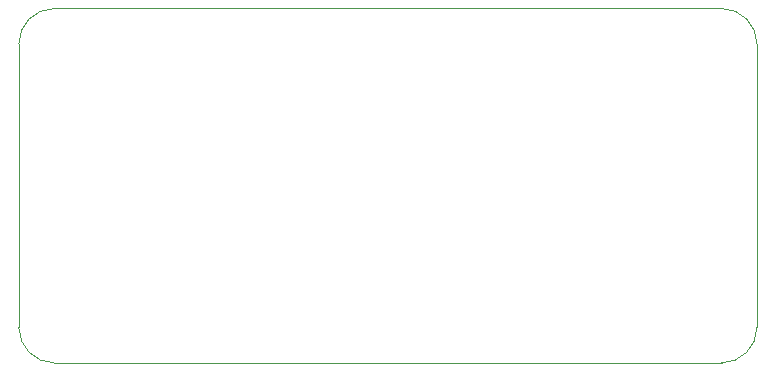
<source format=gbr>
%TF.GenerationSoftware,KiCad,Pcbnew,9.0.3*%
%TF.CreationDate,2025-08-02T05:50:16+03:00*%
%TF.ProjectId,LuminanceMeter,4c756d69-6e61-46e6-9365-4d657465722e,V0.1*%
%TF.SameCoordinates,Original*%
%TF.FileFunction,Profile,NP*%
%FSLAX46Y46*%
G04 Gerber Fmt 4.6, Leading zero omitted, Abs format (unit mm)*
G04 Created by KiCad (PCBNEW 9.0.3) date 2025-08-02 05:50:16*
%MOMM*%
%LPD*%
G01*
G04 APERTURE LIST*
%TA.AperFunction,Profile*%
%ADD10C,0.050000*%
%TD*%
G04 APERTURE END LIST*
D10*
X74500000Y-62000000D02*
G75*
G02*
X77500000Y-59000000I3000000J0D01*
G01*
X134000000Y-89000000D02*
X77500000Y-89000000D01*
X77500000Y-59000000D02*
X134000000Y-59000000D01*
X77500000Y-89000000D02*
G75*
G02*
X74500000Y-86000000I0J3000000D01*
G01*
X137000000Y-86000000D02*
G75*
G02*
X134000000Y-89000000I-3000000J0D01*
G01*
X137000000Y-62000000D02*
X137000000Y-86000000D01*
X74500000Y-86000000D02*
X74500000Y-62000000D01*
X134000000Y-59000000D02*
G75*
G02*
X137000000Y-62000000I0J-3000000D01*
G01*
M02*

</source>
